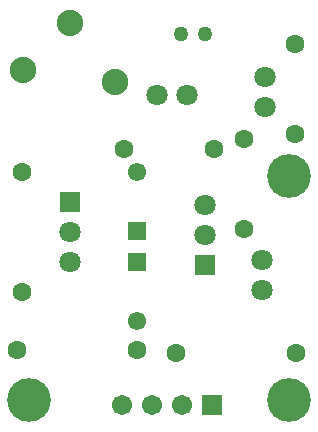
<source format=gbs>
G04*
G04 #@! TF.GenerationSoftware,Altium Limited,Altium Designer,23.7.1 (13)*
G04*
G04 Layer_Color=16711935*
%FSLAX25Y25*%
%MOIN*%
G70*
G04*
G04 #@! TF.SameCoordinates,91BF953A-AACC-4089-9385-47863D4E8686*
G04*
G04*
G04 #@! TF.FilePolarity,Negative*
G04*
G01*
G75*
%ADD17R,0.06115X0.06115*%
%ADD18C,0.06115*%
%ADD19R,0.06706X0.06706*%
%ADD20C,0.06706*%
%ADD21C,0.06312*%
%ADD22C,0.07099*%
%ADD23C,0.08800*%
%ADD24C,0.14580*%
%ADD25C,0.07099*%
%ADD26R,0.07099X0.07099*%
%ADD27C,0.05000*%
D17*
X144500Y413842D02*
D03*
X144500Y424157D02*
D03*
D18*
Y394158D02*
D03*
X144500Y443843D02*
D03*
D19*
X169500Y366200D02*
D03*
D20*
X159500D02*
D03*
X149500D02*
D03*
X139500D02*
D03*
D21*
X197500Y383500D02*
D03*
X157500D02*
D03*
X104500Y384500D02*
D03*
X144500D02*
D03*
X180000Y425000D02*
D03*
Y455000D02*
D03*
X170000Y451500D02*
D03*
X140000D02*
D03*
X105894Y404000D02*
D03*
Y444000D02*
D03*
X197000Y486500D02*
D03*
Y456500D02*
D03*
D22*
X186000Y404500D02*
D03*
Y414500D02*
D03*
X187000Y465500D02*
D03*
Y475500D02*
D03*
X161000Y469500D02*
D03*
X151000D02*
D03*
D23*
X122000Y493500D02*
D03*
X137000Y473900D02*
D03*
X106400Y477900D02*
D03*
D24*
X108500Y368000D02*
D03*
X195000D02*
D03*
Y442500D02*
D03*
D25*
X167000Y433000D02*
D03*
Y423000D02*
D03*
X122000Y414000D02*
D03*
Y424000D02*
D03*
D26*
X167000Y413000D02*
D03*
X122000Y434000D02*
D03*
D27*
X159126Y490000D02*
D03*
X167000D02*
D03*
M02*

</source>
